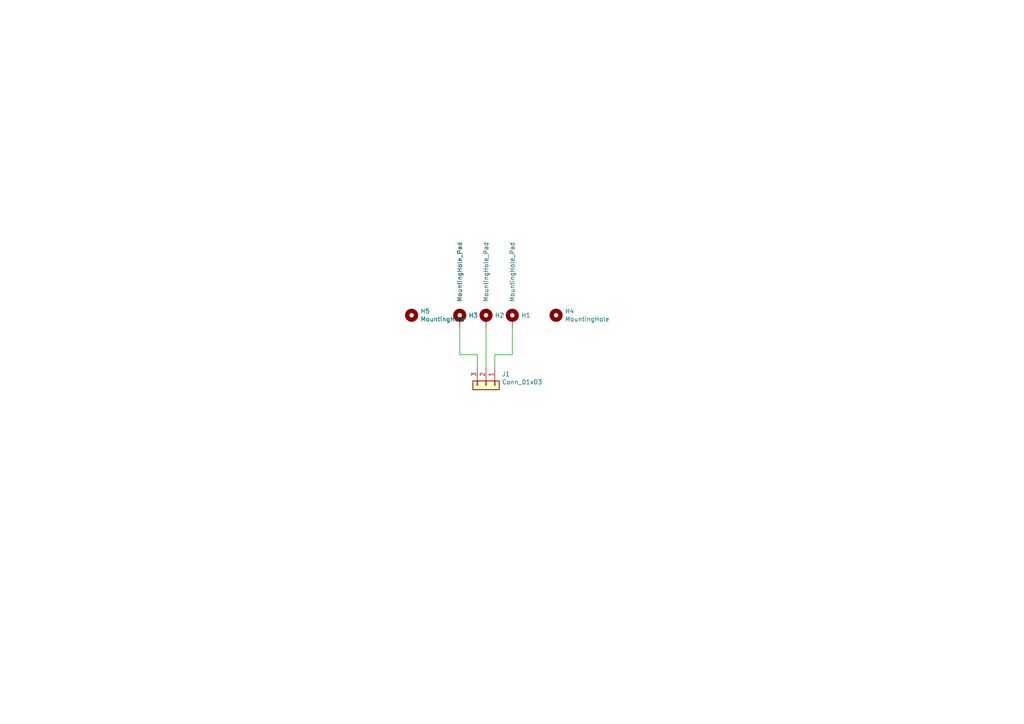
<source format=kicad_sch>
(kicad_sch (version 20230121) (generator eeschema)
  (paper "A4")
  (lib_symbols
    (symbol "Connector_Generic:Conn_01x03" (pin_names (offset 1.016) hide)
      (property "Reference" "J" (at 0 5.08 0))
      (property "Value" "Conn_01x03" (at 0 -5.08 0))
      (symbol "Conn_01x03_1_1"
        (rectangle (start -1.27 -2.413) (end 0 -2.667) (stroke (width 0.1524)))
        (rectangle (start -1.27 0.127) (end 0 -0.127) (stroke (width 0.1524)))
        (rectangle (start -1.27 2.667) (end 0 2.413) (stroke (width 0.1524)))
        (rectangle (start -1.27 3.81) (end 1.27 -3.81) (stroke (width 0.254)) (fill (type background)))
        (pin passive line (at -5.08 2.54 0) (length 3.81) (name "Pin_1") (number "1"))
        (pin passive line (at -5.08 0 0) (length 3.81) (name "Pin_2") (number "2"))
        (pin passive line (at -5.08 -2.54 0) (length 3.81) (name "Pin_3") (number "3"))
      )
    )
    (symbol "Mechanical:MountingHole" (pin_names (offset 1.016))
      (property "Reference" "H" (at 0 5.08 0))
      (property "Value" "MountingHole" (at 0 3.175 0))
      (symbol "MountingHole_0_1"
        (circle (center 0 0) (radius 1.27) (stroke (width 1.27)))
      )
    )
    (symbol "Mechanical:MountingHole_Pad" (pin_numbers hide) (pin_names (offset 1.016) hide)
      (property "Reference" "H" (at 0 6.35 0))
      (property "Value" "MountingHole_Pad" (at 0 4.445 0))
      (symbol "MountingHole_Pad_0_1"
        (circle (center 0 1.27) (radius 1.27) (stroke (width 1.27)))
      )
      (symbol "MountingHole_Pad_1_1"
        (pin input line (at 0 -2.54 90) (length 2.54) (name "1") (number "1"))
      )
    )
  )
  (wire (pts (xy 140.97 95.25) (xy 140.97 106.68)))
  (wire (pts (xy 133.35 102.87) (xy 133.35 95.25)))
  (wire (pts (xy 138.43 102.87) (xy 133.35 102.87)))
  (wire (pts (xy 143.51 106.68) (xy 143.51 102.87)))
  (wire (pts (xy 138.43 106.68) (xy 138.43 102.87)))
  (wire (pts (xy 148.59 102.87) (xy 148.59 95.25)))
  (wire (pts (xy 143.51 102.87) (xy 148.59 102.87)))
  (symbol (lib_id "Mechanical:MountingHole_Pad") (at 148.59 92.71 0) (unit 1)
    (property "Reference" "H1" (at 151.13 91.4654 0) (effects (justify left)))
    (property "Value" "MountingHole_Pad" (at 148.59 87.63 90) (effects (justify left)))
    (property "Footprint" "Connector_PinHeader_1.00mm:PinHeader_1x01_P1.00mm_Vertical" (effects hide))
  )
  (symbol (lib_id "Connector_Generic:Conn_01x03") (at 140.97 111.76 270) (unit 1)
    (property "Reference" "J1" (at 145.542 108.5088 90) (effects (justify left)))
    (property "Value" "Conn_01x03" (at 145.542 110.8202 90) (effects (justify left)))
    (property "Footprint" "Connector_PinHeader_2.54mm:PinHeader_1x03_P2.54mm_Horizontal" (effects hide))
  )
  (symbol (lib_id "Mechanical:MountingHole_Pad") (at 140.97 92.71 0) (unit 1)
    (property "Reference" "H2" (at 143.51 91.4654 0) (effects (justify left)))
    (property "Value" "MountingHole_Pad" (at 140.97 87.63 90) (effects (justify left)))
    (property "Footprint" "Connector_PinHeader_1.00mm:PinHeader_1x01_P1.00mm_Vertical" (effects hide))
  )
  (symbol (lib_id "Mechanical:MountingHole_Pad") (at 133.35 92.71 0) (unit 1)
    (property "Reference" "H3" (at 135.89 91.4654 0) (effects (justify left)))
    (property "Value" "MountingHole_Pad" (at 133.35 87.63 90) (effects (justify left)))
    (property "Footprint" "Connector_PinHeader_1.00mm:PinHeader_1x01_P1.00mm_Vertical" (effects hide))
  )
  (symbol (lib_id "Mechanical:MountingHole") (at 119.38 91.44 0) (unit 1)
    (property "Reference" "H5" (at 121.92 90.2716 0) (effects (justify left)))
    (property "Value" "MountingHole" (at 121.92 92.583 0) (effects (justify left)))
    (property "Footprint" "MountingHole:MountingHole_3.2mm_M3" (effects hide))
  )
  (symbol (lib_id "Mechanical:MountingHole") (at 161.29 91.44 0) (unit 1)
    (property "Reference" "H4" (at 163.83 90.2716 0) (effects (justify left)))
    (property "Value" "MountingHole" (at 163.83 92.583 0) (effects (justify left)))
    (property "Footprint" "MountingHole:MountingHole_3.2mm_M3" (effects hide))
  )
)
</source>
